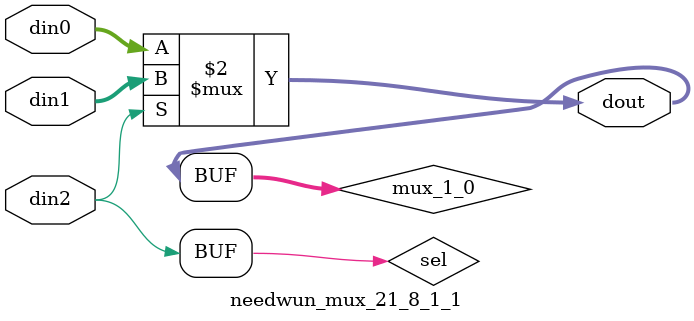
<source format=v>

`timescale 1ns/1ps

module needwun_mux_21_8_1_1 #(
parameter
    ID                = 0,
    NUM_STAGE         = 1,
    din0_WIDTH       = 32,
    din1_WIDTH       = 32,
    din2_WIDTH         = 32,
    dout_WIDTH            = 32
)(
    input  [7 : 0]     din0,
    input  [7 : 0]     din1,
    input  [0 : 0]    din2,
    output [7 : 0]   dout);

// puts internal signals
wire [0 : 0]     sel;
// level 1 signals
wire [7 : 0]         mux_1_0;

assign sel = din2;

// Generate level 1 logic
assign mux_1_0 = (sel[0] == 0)? din0 : din1;

// output logic
assign dout = mux_1_0;

endmodule

</source>
